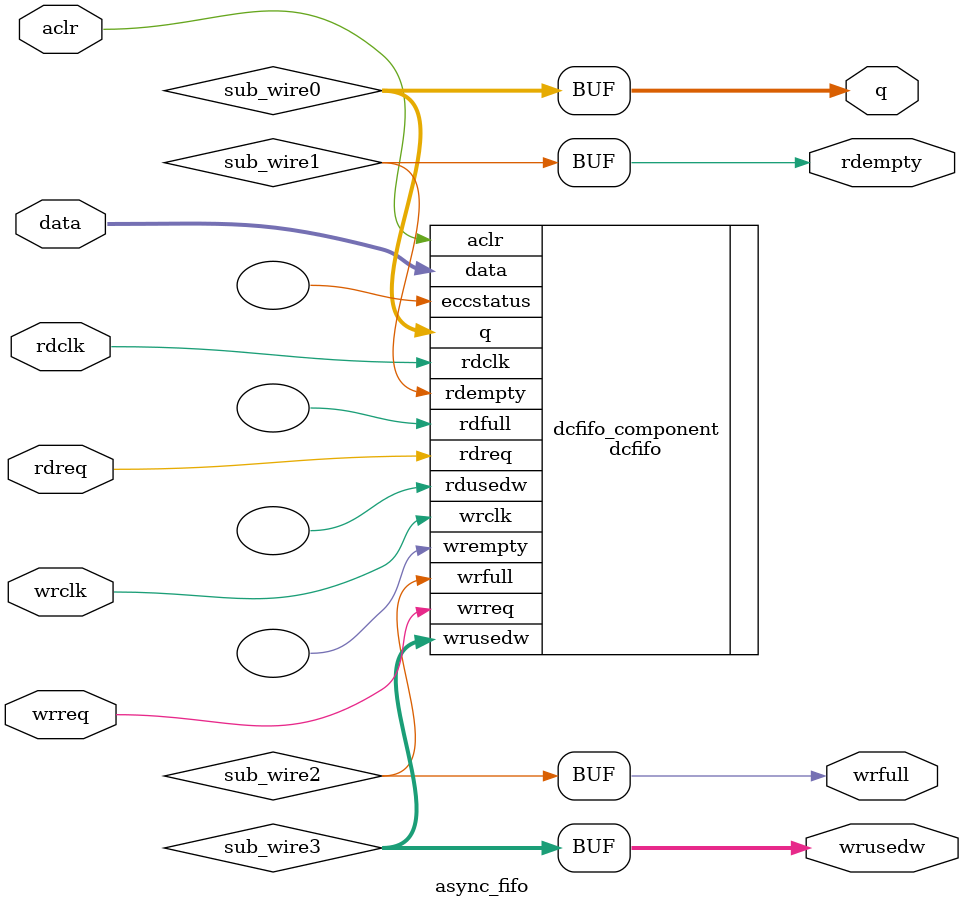
<source format=v>
/******************************************************************************
 * * Copyright (c) Intel Corporation - All rights reserved.
 * *
 * * This file is part of the LIBXSMM library.
 * *
 * *                                                                             *
 * * For information on the license, see the LICENSE file.
 * *
 * * Further information: https://github.com/libxsmm/libxsmm/
 * *
 * * SPDX-License-Identifier: BSD-3-Clause
 * *
 * ******************************************************************************/
// (C) 2001-2017 Intel Corporation. All rights reserved.
// Your use of Intel Corporation's design tools, logic functions and other 
// software and tools, and its AMPP partner logic functions, and any output 
// files from any of the foregoing (including device programming or simulation 
// files), and any associated documentation or information are expressly subject 
// to the terms and conditions of the Intel Program License Subscription 
// Agreement, Intel FPGA IP License Agreement, or other applicable 
// license agreement, including, without limitation, that your use is for the 
// sole purpose of programming logic devices manufactured by Intel and sold by 
// Intel or its authorized distributors.  Please refer to the applicable 
// agreement for further details.



// synopsys translate_off
`timescale 1 ps / 1 ps
// synopsys translate_on
module  fifo #(
    parameter DW = 256,
    parameter AW = 9,
    parameter DEPTH = 512)  (
    clock,
    data,
    rdreq,
    sclr,
    wrreq,
    empty,
    full,
    q,
    usedw);

    input    clock;
    input  [DW-1:0]  data;
    input    rdreq;
    input    sclr;
    input    wrreq;
    output   empty;
    output   full;
    output [DW-1:0]  q;
    output [AW-1:0]  usedw;

    wire  sub_wire0;
    wire  sub_wire1;
    wire [DW-1:0] sub_wire2;
    wire [AW-1:0] sub_wire3;
    wire  empty = sub_wire0;
    wire  full = sub_wire1;
    wire [DW-1:0] q = sub_wire2[DW-1:0];
    wire [AW-1:0] usedw = sub_wire3[AW-1:0];

    scfifo  scfifo_component (
                .clock (clock),
                .data (data),
                .rdreq (rdreq),
                .sclr (sclr),
                .wrreq (wrreq),
                .empty (sub_wire0),
                .full (sub_wire1),
                .q (sub_wire2),
                .usedw (sub_wire3),
                .aclr (),
                .almost_empty (),
                .almost_full (),
                .eccstatus ());
    defparam
        scfifo_component.add_ram_output_register  = "ON",
        scfifo_component.enable_ecc  = "FALSE",
        scfifo_component.intended_device_family  = "Arria 10",
        scfifo_component.lpm_numwords  = DEPTH,
        scfifo_component.lpm_showahead  = "ON",
        scfifo_component.lpm_type  = "scfifo",
        scfifo_component.lpm_width  = DW,
        scfifo_component.lpm_widthu  = AW,
        scfifo_component.overflow_checking  = "ON",
        scfifo_component.underflow_checking  = "ON",
        scfifo_component.use_eab  = "ON";


endmodule


module  async_fifo_mixed #(
    parameter IDW = 256,
    parameter ODW = 512,
    parameter IAW = 5,
    parameter OAW = 4,
    parameter DEPTH = 32)  (
    aclr,
    data,
    rdclk,
    rdreq,
    wrclk,
    wrreq,
    q,
    rdempty,
    wrfull,
    wrusedw);

    input    aclr;
    input  [IDW-1:0]  data;
    input    rdclk;
    input    rdreq;
    input    wrclk;
    input    wrreq;
    output [ODW-1:0]  q;
    output   rdempty;
    output   wrfull;
    output [IAW-1:0]  wrusedw;
`ifndef ALTERA_RESERVED_QIS
// synopsys translate_off
`endif
    tri0     aclr;
`ifndef ALTERA_RESERVED_QIS
// synopsys translate_on
`endif

    wire [ODW-1:0] sub_wire0;
    wire  sub_wire1;
    wire  sub_wire2;
    wire [IAW-1:0] sub_wire3;
    wire [ODW-1:0] q = sub_wire0[ODW-1:0];
    wire  rdempty = sub_wire1;
    wire  wrfull = sub_wire2;
    wire [IAW-1:0] wrusedw = sub_wire3[IAW-1:0];

    dcfifo_mixed_widths  dcfifo_mixed_widths_component (
                .aclr (aclr),
                .data (data),
                .rdclk (rdclk),
                .rdreq (rdreq),
                .wrclk (wrclk),
                .wrreq (wrreq),
                .q (sub_wire0),
                .rdempty (sub_wire1),
                .wrfull (sub_wire2),
                .wrusedw (sub_wire3),
                .eccstatus (),
                .rdfull (),
                .rdusedw (),
                .wrempty ());
    defparam
        dcfifo_mixed_widths_component.enable_ecc  = "FALSE",
        dcfifo_mixed_widths_component.intended_device_family  = "Arria 10",
        dcfifo_mixed_widths_component.lpm_hint  = "DISABLE_DCFIFO_EMBEDDED_TIMING_CONSTRAINT=TRUE",
        dcfifo_mixed_widths_component.lpm_numwords  = DEPTH,
        dcfifo_mixed_widths_component.lpm_showahead  = "ON",
        dcfifo_mixed_widths_component.lpm_type  = "dcfifo_mixed_widths",
        dcfifo_mixed_widths_component.lpm_width  = IDW,
        dcfifo_mixed_widths_component.lpm_widthu  = IAW,
        dcfifo_mixed_widths_component.lpm_widthu_r  = OAW,
        dcfifo_mixed_widths_component.lpm_width_r  = ODW,
        dcfifo_mixed_widths_component.overflow_checking  = "ON",
        dcfifo_mixed_widths_component.rdsync_delaypipe  = 4,
        dcfifo_mixed_widths_component.read_aclr_synch  = "OFF",
        dcfifo_mixed_widths_component.underflow_checking  = "ON",
        dcfifo_mixed_widths_component.use_eab  = "ON",
        dcfifo_mixed_widths_component.write_aclr_synch  = "OFF",
        dcfifo_mixed_widths_component.wrsync_delaypipe  = 4;


endmodule

module  async_fifo #(
    parameter DW = 256,
    parameter AW = 9,
    parameter DEPTH = 512) (
    aclr,
    data,
    rdclk,
    rdreq,
    wrclk,
    wrreq,
    q,
    rdempty,
    wrfull,
    wrusedw);

    input    aclr;
    input  [DW-1:0]  data;
    input    rdclk;
    input    rdreq;
    input    wrclk;
    input    wrreq;
    output [DW-1:0]  q;
    output   rdempty;
    output   wrfull;
    output [AW-1:0]  wrusedw;
`ifndef ALTERA_RESERVED_QIS
// synopsys translate_off
`endif
    tri0     aclr;
`ifndef ALTERA_RESERVED_QIS
// synopsys translate_on
`endif

    wire [DW-1:0] sub_wire0;
    wire  sub_wire1;
    wire  sub_wire2;
    wire [AW-1:0] sub_wire3;
    wire [DW-1:0] q = sub_wire0[DW-1:0];
    wire  rdempty = sub_wire1;
    wire  wrfull = sub_wire2;
    wire [AW-1:0] wrusedw = sub_wire3[AW-1:0];

    dcfifo  dcfifo_component (
                .aclr (aclr),
                .data (data),
                .rdclk (rdclk),
                .rdreq (rdreq),
                .wrclk (wrclk),
                .wrreq (wrreq),
                .q (sub_wire0),
                .rdempty (sub_wire1),
                .wrfull (sub_wire2),
                .wrusedw (sub_wire3),
                .eccstatus (),
                .rdfull (),
                .rdusedw (),
                .wrempty ());
    defparam
        dcfifo_component.enable_ecc  = "FALSE",
        dcfifo_component.intended_device_family  = "Arria 10",
        dcfifo_component.lpm_hint  = "DISABLE_DCFIFO_EMBEDDED_TIMING_CONSTRAINT=TRUE",
        dcfifo_component.lpm_numwords  = DEPTH,
        dcfifo_component.lpm_showahead  = "ON",
        dcfifo_component.lpm_type  = "dcfifo",
        dcfifo_component.lpm_width  = DW,
        dcfifo_component.lpm_widthu  = AW,
        dcfifo_component.overflow_checking  = "ON",
        dcfifo_component.rdsync_delaypipe  = 4,
        dcfifo_component.read_aclr_synch  = "OFF",
        dcfifo_component.underflow_checking  = "ON",
        dcfifo_component.use_eab  = "ON",
        dcfifo_component.write_aclr_synch  = "OFF",
        dcfifo_component.wrsync_delaypipe  = 4;


endmodule

</source>
